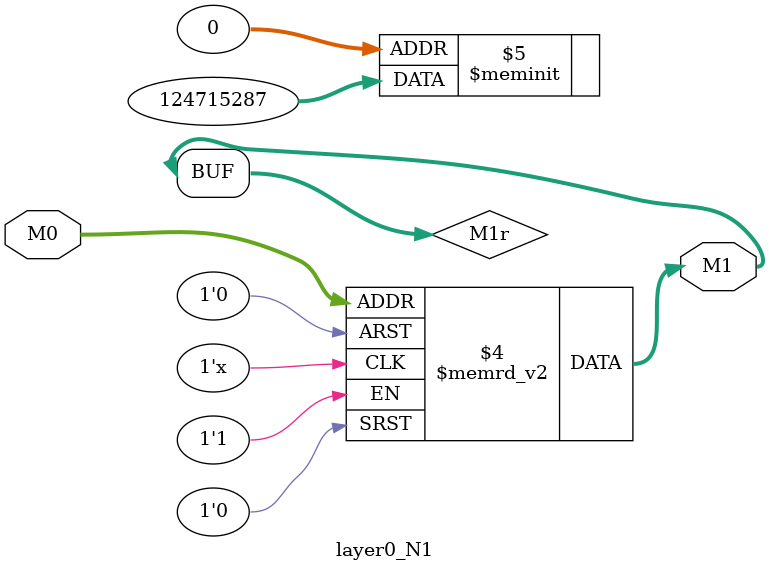
<source format=v>
module layer0_N1 ( input [3:0] M0, output [1:0] M1 );

	(*rom_style = "distributed" *) reg [1:0] M1r;
	assign M1 = M1r;
	always @ (M0) begin
		case (M0)
			4'b0000: M1r = 2'b11;
			4'b1000: M1r = 2'b11;
			4'b0100: M1r = 2'b01;
			4'b1100: M1r = 2'b11;
			4'b0010: M1r = 2'b01;
			4'b1010: M1r = 2'b10;
			4'b0110: M1r = 2'b00;
			4'b1110: M1r = 2'b00;
			4'b0001: M1r = 2'b01;
			4'b1001: M1r = 2'b11;
			4'b0101: M1r = 2'b00;
			4'b1101: M1r = 2'b01;
			4'b0011: M1r = 2'b00;
			4'b1011: M1r = 2'b01;
			4'b0111: M1r = 2'b00;
			4'b1111: M1r = 2'b00;

		endcase
	end
endmodule

</source>
